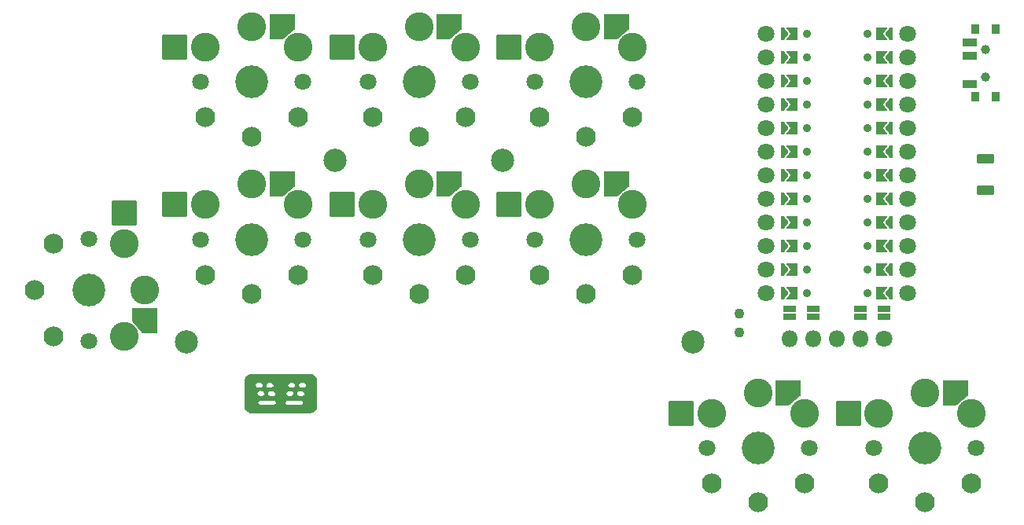
<source format=gbr>
%TF.GenerationSoftware,KiCad,Pcbnew,7.0.9*%
%TF.CreationDate,2024-03-07T17:23:47+01:00*%
%TF.ProjectId,zenFlow,7a656e46-6c6f-4772-9e6b-696361645f70,1*%
%TF.SameCoordinates,Original*%
%TF.FileFunction,Soldermask,Top*%
%TF.FilePolarity,Negative*%
%FSLAX46Y46*%
G04 Gerber Fmt 4.6, Leading zero omitted, Abs format (unit mm)*
G04 Created by KiCad (PCBNEW 7.0.9) date 2024-03-07 17:23:47*
%MOMM*%
%LPD*%
G01*
G04 APERTURE LIST*
G04 Aperture macros list*
%AMRoundRect*
0 Rectangle with rounded corners*
0 $1 Rounding radius*
0 $2 $3 $4 $5 $6 $7 $8 $9 X,Y pos of 4 corners*
0 Add a 4 corners polygon primitive as box body*
4,1,4,$2,$3,$4,$5,$6,$7,$8,$9,$2,$3,0*
0 Add four circle primitives for the rounded corners*
1,1,$1+$1,$2,$3*
1,1,$1+$1,$4,$5*
1,1,$1+$1,$6,$7*
1,1,$1+$1,$8,$9*
0 Add four rect primitives between the rounded corners*
20,1,$1+$1,$2,$3,$4,$5,0*
20,1,$1+$1,$4,$5,$6,$7,0*
20,1,$1+$1,$6,$7,$8,$9,0*
20,1,$1+$1,$8,$9,$2,$3,0*%
%AMFreePoly0*
4,1,15,1.335355,1.335355,1.350000,1.300000,1.350000,-0.250000,1.335355,-0.285355,1.332160,-0.288285,0.082160,-1.338285,0.050000,-1.350000,-1.300000,-1.350000,-1.335355,-1.335355,-1.350000,-1.300000,-1.350000,1.300000,-1.335355,1.335355,-1.300000,1.350000,1.300000,1.350000,1.335355,1.335355,1.335355,1.335355,$1*%
%AMFreePoly1*
4,1,16,-0.214645,0.660355,-0.210957,0.656235,0.289043,0.031235,0.299694,-0.005522,0.289043,-0.031235,-0.210957,-0.656235,-0.244478,-0.674694,-0.250000,-0.675000,-0.500000,-0.675000,-0.535355,-0.660355,-0.550000,-0.625000,-0.550000,0.625000,-0.535355,0.660355,-0.500000,0.675000,-0.250000,0.675000,-0.214645,0.660355,-0.214645,0.660355,$1*%
%AMFreePoly2*
4,1,16,0.535355,0.660355,0.550000,0.625000,0.550000,-0.625000,0.535355,-0.660355,0.500000,-0.675000,-0.650000,-0.675000,-0.685355,-0.660355,-0.700000,-0.625000,-0.689043,-0.593765,-0.214031,0.000000,-0.689043,0.593765,-0.699694,0.630522,-0.681235,0.664043,-0.650000,0.675000,0.500000,0.675000,0.535355,0.660355,0.535355,0.660355,$1*%
G04 Aperture macros list end*
%ADD10C,3.529000*%
%ADD11C,1.801800*%
%ADD12C,3.100000*%
%ADD13FreePoly0,270.000000*%
%ADD14RoundRect,0.050000X-1.300000X1.300000X-1.300000X-1.300000X1.300000X-1.300000X1.300000X1.300000X0*%
%ADD15C,2.132000*%
%ADD16FreePoly0,0.000000*%
%ADD17RoundRect,0.050000X-1.300000X-1.300000X1.300000X-1.300000X1.300000X1.300000X-1.300000X1.300000X0*%
%ADD18C,1.800000*%
%ADD19C,0.900000*%
%ADD20FreePoly1,0.000000*%
%ADD21FreePoly2,0.000000*%
%ADD22FreePoly2,180.000000*%
%ADD23FreePoly1,180.000000*%
%ADD24RoundRect,0.050000X0.400000X-0.500000X0.400000X0.500000X-0.400000X0.500000X-0.400000X-0.500000X0*%
%ADD25RoundRect,0.050000X0.750000X-0.350000X0.750000X0.350000X-0.750000X0.350000X-0.750000X-0.350000X0*%
%ADD26C,1.000000*%
%ADD27RoundRect,0.050000X0.850000X-0.450000X0.850000X0.450000X-0.850000X0.450000X-0.850000X-0.450000X0*%
%ADD28C,1.100000*%
%ADD29C,2.500000*%
%ADD30RoundRect,0.050000X0.600000X-0.300000X0.600000X0.300000X-0.600000X0.300000X-0.600000X-0.300000X0*%
%ADD31O,1.800000X1.800000*%
G04 APERTURE END LIST*
%TO.C,G\u002A\u002A\u002A*%
G36*
X176263551Y-161519854D02*
G01*
X176787241Y-161520350D01*
X177238011Y-161521220D01*
X177621734Y-161522601D01*
X177944283Y-161524629D01*
X178211532Y-161527442D01*
X178429353Y-161531175D01*
X178603620Y-161535965D01*
X178740205Y-161541948D01*
X178844984Y-161549262D01*
X178923827Y-161558042D01*
X178982609Y-161568426D01*
X179027203Y-161580550D01*
X179063482Y-161594549D01*
X179073167Y-161598925D01*
X179268222Y-161721933D01*
X179426295Y-161884246D01*
X179514973Y-162040006D01*
X179527221Y-162115220D01*
X179537579Y-162262946D01*
X179546048Y-162471049D01*
X179552628Y-162727395D01*
X179557317Y-163019848D01*
X179560116Y-163336275D01*
X179561025Y-163664542D01*
X179560043Y-163992513D01*
X179557169Y-164308055D01*
X179552403Y-164599033D01*
X179545745Y-164853313D01*
X179537195Y-165058761D01*
X179526752Y-165203241D01*
X179515070Y-165272994D01*
X179456679Y-165379258D01*
X179366059Y-165498374D01*
X179336308Y-165530910D01*
X179290305Y-165578161D01*
X179245657Y-165619397D01*
X179196585Y-165655023D01*
X179137308Y-165685439D01*
X179062047Y-165711049D01*
X178965021Y-165732255D01*
X178840451Y-165749458D01*
X178682555Y-165763063D01*
X178485555Y-165773470D01*
X178243669Y-165781082D01*
X177951118Y-165786303D01*
X177602122Y-165789533D01*
X177190900Y-165791176D01*
X176711673Y-165791634D01*
X176158660Y-165791310D01*
X175604733Y-165790695D01*
X175091114Y-165789686D01*
X174600438Y-165787908D01*
X174139541Y-165785434D01*
X173715259Y-165782340D01*
X173334427Y-165778701D01*
X173003882Y-165774591D01*
X172730458Y-165770084D01*
X172520993Y-165765256D01*
X172382320Y-165760182D01*
X172321277Y-165754936D01*
X172320726Y-165754779D01*
X172064758Y-165641177D01*
X171874862Y-165476866D01*
X171835381Y-165424213D01*
X171728333Y-165266679D01*
X171728333Y-164651957D01*
X173210000Y-164651957D01*
X173220425Y-164721137D01*
X173258165Y-164773726D01*
X173332914Y-164811871D01*
X173454367Y-164837722D01*
X173632218Y-164853425D01*
X173876164Y-164861130D01*
X174162500Y-164863000D01*
X174447931Y-164861737D01*
X174660877Y-164857327D01*
X174813490Y-164848836D01*
X174917923Y-164835331D01*
X174986328Y-164815881D01*
X175020914Y-164797099D01*
X175095760Y-164703297D01*
X175109579Y-164603290D01*
X176140121Y-164603290D01*
X176152031Y-164697299D01*
X176215667Y-164778333D01*
X176251669Y-164808677D01*
X176298474Y-164830787D01*
X176368952Y-164845953D01*
X176475971Y-164855465D01*
X176632402Y-164860613D01*
X176851114Y-164862686D01*
X177060341Y-164863000D01*
X177380436Y-164859982D01*
X177634158Y-164851147D01*
X177815753Y-164836819D01*
X177919462Y-164817325D01*
X177928175Y-164813871D01*
X178015939Y-164741223D01*
X178036000Y-164653005D01*
X178032124Y-164583258D01*
X178013554Y-164530618D01*
X177969879Y-164492688D01*
X177890685Y-164467067D01*
X177765560Y-164451357D01*
X177584091Y-164443158D01*
X177335867Y-164440071D01*
X177110117Y-164439667D01*
X176819374Y-164440543D01*
X176601476Y-164443785D01*
X176444610Y-164450311D01*
X176336966Y-164461037D01*
X176266732Y-164476881D01*
X176222100Y-164498762D01*
X176208417Y-164509728D01*
X176140121Y-164603290D01*
X175109579Y-164603290D01*
X175111536Y-164589128D01*
X175064200Y-164490466D01*
X175013303Y-164470937D01*
X174900957Y-164456436D01*
X174721205Y-164446623D01*
X174468094Y-164441155D01*
X174178224Y-164439667D01*
X173866797Y-164440960D01*
X173629943Y-164446312D01*
X173457586Y-164457932D01*
X173339653Y-164478028D01*
X173266068Y-164508811D01*
X173226757Y-164552488D01*
X173211647Y-164611268D01*
X173210000Y-164651957D01*
X171728333Y-164651957D01*
X171728333Y-163665737D01*
X171728345Y-163631693D01*
X173131748Y-163631693D01*
X173150876Y-163757303D01*
X173225475Y-163857278D01*
X173261996Y-163879588D01*
X173413930Y-163921474D01*
X173581347Y-163921860D01*
X173723938Y-163881884D01*
X173750914Y-163865766D01*
X173829268Y-163765434D01*
X173844626Y-163663114D01*
X174268333Y-163663114D01*
X174296319Y-163732458D01*
X174364473Y-163819819D01*
X174372242Y-163827757D01*
X174510835Y-163911294D01*
X174677949Y-163932395D01*
X174843981Y-163890184D01*
X174918791Y-163843927D01*
X175007070Y-163736049D01*
X175014397Y-163686865D01*
X176237587Y-163686865D01*
X176239532Y-163694150D01*
X176316789Y-163823604D01*
X176447766Y-163904868D01*
X176612580Y-163931597D01*
X176791348Y-163897448D01*
X176828523Y-163882076D01*
X176931118Y-163797710D01*
X176971631Y-163682948D01*
X176968326Y-163660807D01*
X177401000Y-163660807D01*
X177438027Y-163776462D01*
X177534499Y-163863119D01*
X177668506Y-163915217D01*
X177818135Y-163927199D01*
X177961476Y-163893506D01*
X178059091Y-163827757D01*
X178142533Y-163720537D01*
X178152354Y-163623567D01*
X178088965Y-163512712D01*
X178064970Y-163483754D01*
X177947401Y-163399614D01*
X177803634Y-163369391D01*
X177655401Y-163387289D01*
X177524437Y-163447513D01*
X177432475Y-163544267D01*
X177401000Y-163660807D01*
X176968326Y-163660807D01*
X176953443Y-163561086D01*
X176879936Y-163455420D01*
X176757071Y-163389920D01*
X176595880Y-163374852D01*
X176445080Y-163407745D01*
X176322927Y-163477865D01*
X176247677Y-163574483D01*
X176237587Y-163686865D01*
X175014397Y-163686865D01*
X175024033Y-163622180D01*
X174980766Y-163515786D01*
X174888354Y-163430330D01*
X174757883Y-163379278D01*
X174600438Y-163376093D01*
X174543500Y-163388099D01*
X174419405Y-163448213D01*
X174319568Y-163542151D01*
X174269947Y-163643968D01*
X174268333Y-163663114D01*
X173844626Y-163663114D01*
X173848489Y-163637377D01*
X173809391Y-163513658D01*
X173740136Y-163441576D01*
X173593380Y-163386225D01*
X173420612Y-163376881D01*
X173267558Y-163415660D01*
X173260327Y-163419388D01*
X173168197Y-163509403D01*
X173131748Y-163631693D01*
X171728345Y-163631693D01*
X171728484Y-163235098D01*
X171729700Y-162880686D01*
X171731166Y-162758125D01*
X172926984Y-162758125D01*
X172966503Y-162875746D01*
X173070688Y-162968442D01*
X173095058Y-162980173D01*
X173222714Y-163027879D01*
X173321908Y-163034908D01*
X173436943Y-163001460D01*
X173485019Y-162981956D01*
X173611214Y-162899388D01*
X173667631Y-162797516D01*
X173665085Y-162742845D01*
X174099000Y-162742845D01*
X174134736Y-162873694D01*
X174228384Y-162967616D01*
X174359608Y-163020012D01*
X174508068Y-163026285D01*
X174653428Y-162981837D01*
X174765750Y-162893568D01*
X174838011Y-162797855D01*
X174841656Y-162777688D01*
X176428919Y-162777688D01*
X176486720Y-162893666D01*
X176613585Y-162982217D01*
X176738455Y-163028961D01*
X176832621Y-163036357D01*
X176938960Y-163006944D01*
X176951530Y-163002223D01*
X177057594Y-162934729D01*
X177122175Y-162863690D01*
X177161301Y-162750355D01*
X177613315Y-162750355D01*
X177651953Y-162877092D01*
X177757743Y-162980666D01*
X177824333Y-163014575D01*
X177943882Y-163029603D01*
X178089964Y-163007685D01*
X178217757Y-162957448D01*
X178252917Y-162932082D01*
X178327652Y-162822884D01*
X178332411Y-162709738D01*
X178280404Y-162604465D01*
X178184838Y-162518887D01*
X178058925Y-162464825D01*
X177915872Y-162454101D01*
X177768889Y-162498536D01*
X177768633Y-162498671D01*
X177661774Y-162576514D01*
X177618064Y-162679671D01*
X177613315Y-162750355D01*
X177161301Y-162750355D01*
X177164437Y-162741271D01*
X177137839Y-162630033D01*
X177058152Y-162538789D01*
X176941150Y-162476354D01*
X176802605Y-162451541D01*
X176658291Y-162473164D01*
X176538876Y-162537739D01*
X176445302Y-162653083D01*
X176428919Y-162777688D01*
X174841656Y-162777688D01*
X174851364Y-162723985D01*
X174803282Y-162643582D01*
X174737256Y-162573743D01*
X174604425Y-162486176D01*
X174455372Y-162455750D01*
X174310454Y-162477072D01*
X174190025Y-162544750D01*
X174114441Y-162653391D01*
X174099000Y-162742845D01*
X173665085Y-162742845D01*
X173662609Y-162689692D01*
X173604485Y-162589269D01*
X173501598Y-162509599D01*
X173362286Y-162464032D01*
X173194888Y-162465922D01*
X173166232Y-162471482D01*
X173029867Y-162534414D01*
X172949112Y-162637155D01*
X172926984Y-162758125D01*
X171731166Y-162758125D01*
X171733128Y-162594059D01*
X171739913Y-162366778D01*
X171751201Y-162190401D01*
X171768139Y-162056490D01*
X171791871Y-161956603D01*
X171823544Y-161882299D01*
X171864304Y-161825140D01*
X171915297Y-161776683D01*
X171977668Y-161728489D01*
X171992872Y-161717201D01*
X172124297Y-161635217D01*
X172261533Y-161571361D01*
X172274400Y-161566846D01*
X172333800Y-161556927D01*
X172450920Y-161548279D01*
X172628835Y-161540857D01*
X172870622Y-161534621D01*
X173179356Y-161529525D01*
X173558114Y-161525529D01*
X174009971Y-161522588D01*
X174538003Y-161520660D01*
X175145286Y-161519702D01*
X175661067Y-161519596D01*
X176263551Y-161519854D01*
G37*
%TD*%
D10*
%TO.C,S1*%
X155000000Y-152500000D03*
D11*
X155000000Y-158000000D03*
X155000000Y-147000000D03*
D12*
X160950000Y-152500000D03*
X158750000Y-157500000D03*
D13*
X160950000Y-155775000D03*
D14*
X158750000Y-144225000D03*
D12*
X158750000Y-147500000D03*
D15*
X149100000Y-152500000D03*
X151200000Y-147500000D03*
X151200000Y-157500000D03*
%TD*%
D10*
%TO.C,S2*%
X172500000Y-147060000D03*
D11*
X178000000Y-147060000D03*
X167000000Y-147060000D03*
D12*
X172500000Y-141110000D03*
X177500000Y-143310000D03*
D16*
X175775000Y-141110000D03*
D17*
X164225000Y-143310000D03*
D12*
X167500000Y-143310000D03*
D15*
X172500000Y-152960000D03*
X167500000Y-150860000D03*
X177500000Y-150860000D03*
%TD*%
D10*
%TO.C,S3*%
X172500000Y-130060000D03*
D11*
X178000000Y-130060000D03*
X167000000Y-130060000D03*
D12*
X172500000Y-124110000D03*
X177500000Y-126310000D03*
D16*
X175775000Y-124110000D03*
D17*
X164225000Y-126310000D03*
D12*
X167500000Y-126310000D03*
D15*
X172500000Y-135960000D03*
X167500000Y-133860000D03*
X177500000Y-133860000D03*
%TD*%
D10*
%TO.C,S4*%
X190500000Y-147060000D03*
D11*
X196000000Y-147060000D03*
X185000000Y-147060000D03*
D12*
X190500000Y-141110000D03*
X195500000Y-143310000D03*
D16*
X193775000Y-141110000D03*
D17*
X182225000Y-143310000D03*
D12*
X185500000Y-143310000D03*
D15*
X190500000Y-152960000D03*
X185500000Y-150860000D03*
X195500000Y-150860000D03*
%TD*%
D10*
%TO.C,S5*%
X190500000Y-130060000D03*
D11*
X196000000Y-130060000D03*
X185000000Y-130060000D03*
D12*
X190500000Y-124110000D03*
X195500000Y-126310000D03*
D16*
X193775000Y-124110000D03*
D17*
X182225000Y-126310000D03*
D12*
X185500000Y-126310000D03*
D15*
X190500000Y-135960000D03*
X185500000Y-133860000D03*
X195500000Y-133860000D03*
%TD*%
D10*
%TO.C,S6*%
X208500000Y-147060000D03*
D11*
X214000000Y-147060000D03*
X203000000Y-147060000D03*
D12*
X208500000Y-141110000D03*
X213500000Y-143310000D03*
D16*
X211775000Y-141110000D03*
D17*
X200225000Y-143310000D03*
D12*
X203500000Y-143310000D03*
D15*
X208500000Y-152960000D03*
X203500000Y-150860000D03*
X213500000Y-150860000D03*
%TD*%
D10*
%TO.C,S7*%
X208500000Y-130060000D03*
D11*
X214000000Y-130060000D03*
X203000000Y-130060000D03*
D12*
X208500000Y-124110000D03*
X213500000Y-126310000D03*
D16*
X211775000Y-124110000D03*
D17*
X200225000Y-126310000D03*
D12*
X203500000Y-126310000D03*
D15*
X208500000Y-135960000D03*
X203500000Y-133860000D03*
X213500000Y-133860000D03*
%TD*%
D10*
%TO.C,S8*%
X227000000Y-169500000D03*
D11*
X232500000Y-169500000D03*
X221500000Y-169500000D03*
D12*
X227000000Y-163550000D03*
X232000000Y-165750000D03*
D16*
X230275000Y-163550000D03*
D17*
X218725000Y-165750000D03*
D12*
X222000000Y-165750000D03*
D15*
X227000000Y-175400000D03*
X222000000Y-173300000D03*
X232000000Y-173300000D03*
%TD*%
D10*
%TO.C,S9*%
X245000000Y-169500000D03*
D11*
X250500000Y-169500000D03*
X239500000Y-169500000D03*
D12*
X245000000Y-163550000D03*
X250000000Y-165750000D03*
D16*
X248275000Y-163550000D03*
D17*
X236725000Y-165750000D03*
D12*
X240000000Y-165750000D03*
D15*
X245000000Y-175400000D03*
X240000000Y-173300000D03*
X250000000Y-173300000D03*
%TD*%
D18*
%TO.C,MCU1*%
X227880000Y-124860000D03*
X243120000Y-124860000D03*
D19*
X232238000Y-124860000D03*
X238762000Y-124860000D03*
D20*
X230000000Y-124860000D03*
D21*
X230725000Y-124860000D03*
D22*
X240275000Y-124860000D03*
D23*
X241000000Y-124860000D03*
D18*
X227880000Y-127400000D03*
X243120000Y-127400000D03*
D19*
X232238000Y-127400000D03*
X238762000Y-127400000D03*
D20*
X230000000Y-127400000D03*
D21*
X230725000Y-127400000D03*
D22*
X240275000Y-127400000D03*
D23*
X241000000Y-127400000D03*
D18*
X227880000Y-129940000D03*
X243120000Y-129940000D03*
D19*
X232238000Y-129940000D03*
X238762000Y-129940000D03*
D20*
X230000000Y-129940000D03*
D21*
X230725000Y-129940000D03*
D22*
X240275000Y-129940000D03*
D23*
X241000000Y-129940000D03*
D18*
X227880000Y-132480000D03*
X243120000Y-132480000D03*
D19*
X232238000Y-132480000D03*
X238762000Y-132480000D03*
D20*
X230000000Y-132480000D03*
D21*
X230725000Y-132480000D03*
D22*
X240275000Y-132480000D03*
D23*
X241000000Y-132480000D03*
D18*
X227880000Y-135020000D03*
X243120000Y-135020000D03*
D19*
X232238000Y-135020000D03*
X238762000Y-135020000D03*
D20*
X230000000Y-135020000D03*
D21*
X230725000Y-135020000D03*
D22*
X240275000Y-135020000D03*
D23*
X241000000Y-135020000D03*
D18*
X227880000Y-137560000D03*
X243120000Y-137560000D03*
D19*
X232238000Y-137560000D03*
X238762000Y-137560000D03*
D20*
X230000000Y-137560000D03*
D21*
X230725000Y-137560000D03*
D22*
X240275000Y-137560000D03*
D23*
X241000000Y-137560000D03*
D18*
X227880000Y-140100000D03*
X243120000Y-140100000D03*
D19*
X232238000Y-140100000D03*
X238762000Y-140100000D03*
D20*
X230000000Y-140100000D03*
D21*
X230725000Y-140100000D03*
D22*
X240275000Y-140100000D03*
D23*
X241000000Y-140100000D03*
D18*
X227880000Y-142640000D03*
X243120000Y-142640000D03*
D19*
X232238000Y-142640000D03*
X238762000Y-142640000D03*
D20*
X230000000Y-142640000D03*
D21*
X230725000Y-142640000D03*
D22*
X240275000Y-142640000D03*
D23*
X241000000Y-142640000D03*
D18*
X227880000Y-145180000D03*
X243120000Y-145180000D03*
D19*
X232238000Y-145180000D03*
X238762000Y-145180000D03*
D20*
X230000000Y-145180000D03*
D21*
X230725000Y-145180000D03*
D22*
X240275000Y-145180000D03*
D23*
X241000000Y-145180000D03*
D18*
X227880000Y-147720000D03*
X243120000Y-147720000D03*
D19*
X232238000Y-147720000D03*
X238762000Y-147720000D03*
D20*
X230000000Y-147720000D03*
D21*
X230725000Y-147720000D03*
D22*
X240275000Y-147720000D03*
D23*
X241000000Y-147720000D03*
D18*
X227880000Y-150260000D03*
X243120000Y-150260000D03*
D19*
X232238000Y-150260000D03*
X238762000Y-150260000D03*
D20*
X230000000Y-150260000D03*
D21*
X230725000Y-150260000D03*
D22*
X240275000Y-150260000D03*
D23*
X241000000Y-150260000D03*
D18*
X227880000Y-152800000D03*
X243120000Y-152800000D03*
D19*
X232238000Y-152800000D03*
X238762000Y-152800000D03*
D20*
X230000000Y-152800000D03*
D21*
X230725000Y-152800000D03*
D22*
X240275000Y-152800000D03*
D23*
X241000000Y-152800000D03*
%TD*%
D24*
%TO.C,SW1*%
X252625000Y-124410000D03*
X250415000Y-124410000D03*
X250415000Y-131710000D03*
D25*
X249765000Y-130310000D03*
X249765000Y-127310000D03*
X249765000Y-125810000D03*
D24*
X252625000Y-131710000D03*
D26*
X251525000Y-126560000D03*
X251525000Y-129560000D03*
%TD*%
D27*
%TO.C,S10*%
X251500000Y-138360000D03*
X251500000Y-141760000D03*
%TD*%
D28*
%TO.C,BAT*%
X225000000Y-157060000D03*
X225000000Y-155060000D03*
%TD*%
D29*
%TO.C,H1*%
X199500000Y-138560000D03*
%TD*%
%TO.C,H2*%
X181500000Y-138560000D03*
%TD*%
%TO.C,H3*%
X165500000Y-158060000D03*
%TD*%
%TO.C,H4*%
X220000000Y-158060000D03*
%TD*%
D30*
%TO.C,DISP1*%
X230420000Y-154510000D03*
X232960000Y-154510000D03*
X238040000Y-154510000D03*
X240580000Y-154510000D03*
X230420000Y-155410000D03*
X232960000Y-155410000D03*
X238040000Y-155410000D03*
X240580000Y-155410000D03*
D31*
X230420000Y-157760000D03*
X232960000Y-157760000D03*
X235500000Y-157760000D03*
X238040000Y-157760000D03*
D18*
X240580000Y-157760000D03*
%TD*%
M02*

</source>
